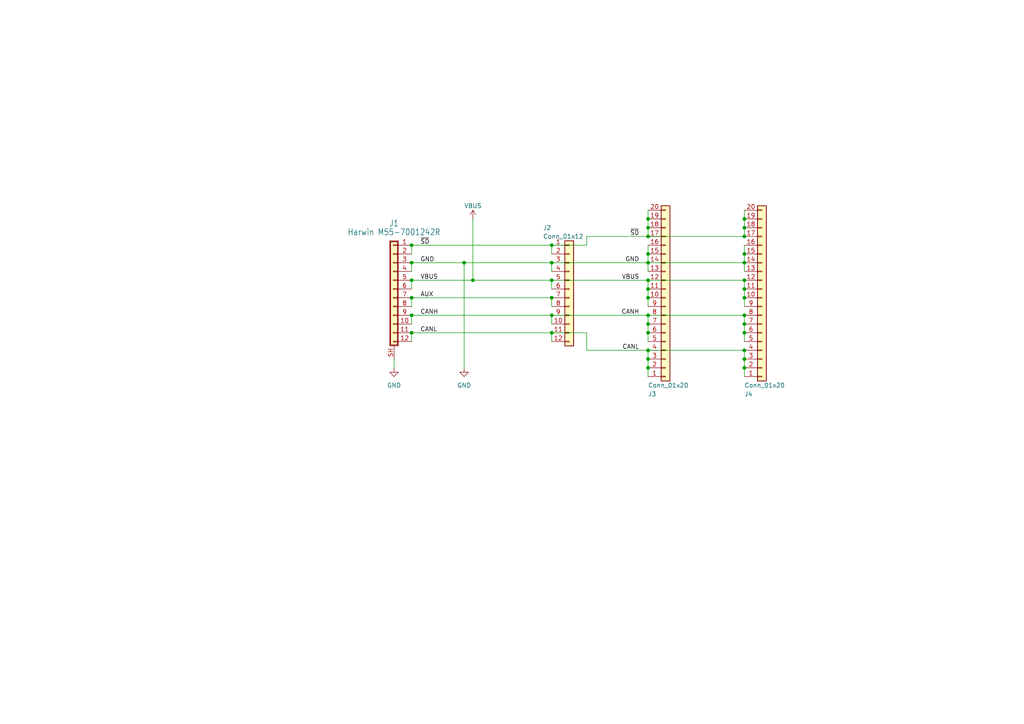
<source format=kicad_sch>
(kicad_sch (version 20230121) (generator eeschema)
  (paper "A4")
  (lib_symbols
    (symbol "Connector_Generic:Conn_01x12" (pin_names (offset 1.016) hide)
      (property "Reference" "J" (at 0 15.24 0))
      (property "Value" "Conn_01x12" (at 0 -17.78 0))
      (symbol "Conn_01x12_1_1"
        (rectangle (start -1.27 -15.113) (end 0 -15.367) (stroke (width 0.1524)))
        (rectangle (start -1.27 -12.573) (end 0 -12.827) (stroke (width 0.1524)))
        (rectangle (start -1.27 -10.033) (end 0 -10.287) (stroke (width 0.1524)))
        (rectangle (start -1.27 -7.493) (end 0 -7.747) (stroke (width 0.1524)))
        (rectangle (start -1.27 -4.953) (end 0 -5.207) (stroke (width 0.1524)))
        (rectangle (start -1.27 -2.413) (end 0 -2.667) (stroke (width 0.1524)))
        (rectangle (start -1.27 0.127) (end 0 -0.127) (stroke (width 0.1524)))
        (rectangle (start -1.27 2.667) (end 0 2.413) (stroke (width 0.1524)))
        (rectangle (start -1.27 5.207) (end 0 4.953) (stroke (width 0.1524)))
        (rectangle (start -1.27 7.747) (end 0 7.493) (stroke (width 0.1524)))
        (rectangle (start -1.27 10.287) (end 0 10.033) (stroke (width 0.1524)))
        (rectangle (start -1.27 12.827) (end 0 12.573) (stroke (width 0.1524)))
        (rectangle (start -1.27 13.97) (end 1.27 -16.51) (stroke (width 0.254)) (fill (type background)))
        (pin passive line (at -5.08 12.7 0) (length 3.81) (name "Pin_1") (number "1"))
        (pin passive line (at -5.08 -10.16 0) (length 3.81) (name "Pin_10") (number "10"))
        (pin passive line (at -5.08 -12.7 0) (length 3.81) (name "Pin_11") (number "11"))
        (pin passive line (at -5.08 -15.24 0) (length 3.81) (name "Pin_12") (number "12"))
        (pin passive line (at -5.08 10.16 0) (length 3.81) (name "Pin_2") (number "2"))
        (pin passive line (at -5.08 7.62 0) (length 3.81) (name "Pin_3") (number "3"))
        (pin passive line (at -5.08 5.08 0) (length 3.81) (name "Pin_4") (number "4"))
        (pin passive line (at -5.08 2.54 0) (length 3.81) (name "Pin_5") (number "5"))
        (pin passive line (at -5.08 0 0) (length 3.81) (name "Pin_6") (number "6"))
        (pin passive line (at -5.08 -2.54 0) (length 3.81) (name "Pin_7") (number "7"))
        (pin passive line (at -5.08 -5.08 0) (length 3.81) (name "Pin_8") (number "8"))
        (pin passive line (at -5.08 -7.62 0) (length 3.81) (name "Pin_9") (number "9"))
      )
    )
    (symbol "Connector_Generic:Conn_01x20" (pin_names (offset 1.016) hide)
      (property "Reference" "J" (at 0 25.4 0))
      (property "Value" "Conn_01x20" (at 0 -27.94 0))
      (symbol "Conn_01x20_1_1"
        (rectangle (start -1.27 -25.273) (end 0 -25.527) (stroke (width 0.1524)))
        (rectangle (start -1.27 -22.733) (end 0 -22.987) (stroke (width 0.1524)))
        (rectangle (start -1.27 -20.193) (end 0 -20.447) (stroke (width 0.1524)))
        (rectangle (start -1.27 -17.653) (end 0 -17.907) (stroke (width 0.1524)))
        (rectangle (start -1.27 -15.113) (end 0 -15.367) (stroke (width 0.1524)))
        (rectangle (start -1.27 -12.573) (end 0 -12.827) (stroke (width 0.1524)))
        (rectangle (start -1.27 -10.033) (end 0 -10.287) (stroke (width 0.1524)))
        (rectangle (start -1.27 -7.493) (end 0 -7.747) (stroke (width 0.1524)))
        (rectangle (start -1.27 -4.953) (end 0 -5.207) (stroke (width 0.1524)))
        (rectangle (start -1.27 -2.413) (end 0 -2.667) (stroke (width 0.1524)))
        (rectangle (start -1.27 0.127) (end 0 -0.127) (stroke (width 0.1524)))
        (rectangle (start -1.27 2.667) (end 0 2.413) (stroke (width 0.1524)))
        (rectangle (start -1.27 5.207) (end 0 4.953) (stroke (width 0.1524)))
        (rectangle (start -1.27 7.747) (end 0 7.493) (stroke (width 0.1524)))
        (rectangle (start -1.27 10.287) (end 0 10.033) (stroke (width 0.1524)))
        (rectangle (start -1.27 12.827) (end 0 12.573) (stroke (width 0.1524)))
        (rectangle (start -1.27 15.367) (end 0 15.113) (stroke (width 0.1524)))
        (rectangle (start -1.27 17.907) (end 0 17.653) (stroke (width 0.1524)))
        (rectangle (start -1.27 20.447) (end 0 20.193) (stroke (width 0.1524)))
        (rectangle (start -1.27 22.987) (end 0 22.733) (stroke (width 0.1524)))
        (rectangle (start -1.27 24.13) (end 1.27 -26.67) (stroke (width 0.254)) (fill (type background)))
        (pin passive line (at -5.08 22.86 0) (length 3.81) (name "Pin_1") (number "1"))
        (pin passive line (at -5.08 0 0) (length 3.81) (name "Pin_10") (number "10"))
        (pin passive line (at -5.08 -2.54 0) (length 3.81) (name "Pin_11") (number "11"))
        (pin passive line (at -5.08 -5.08 0) (length 3.81) (name "Pin_12") (number "12"))
        (pin passive line (at -5.08 -7.62 0) (length 3.81) (name "Pin_13") (number "13"))
        (pin passive line (at -5.08 -10.16 0) (length 3.81) (name "Pin_14") (number "14"))
        (pin passive line (at -5.08 -12.7 0) (length 3.81) (name "Pin_15") (number "15"))
        (pin passive line (at -5.08 -15.24 0) (length 3.81) (name "Pin_16") (number "16"))
        (pin passive line (at -5.08 -17.78 0) (length 3.81) (name "Pin_17") (number "17"))
        (pin passive line (at -5.08 -20.32 0) (length 3.81) (name "Pin_18") (number "18"))
        (pin passive line (at -5.08 -22.86 0) (length 3.81) (name "Pin_19") (number "19"))
        (pin passive line (at -5.08 20.32 0) (length 3.81) (name "Pin_2") (number "2"))
        (pin passive line (at -5.08 -25.4 0) (length 3.81) (name "Pin_20") (number "20"))
        (pin passive line (at -5.08 17.78 0) (length 3.81) (name "Pin_3") (number "3"))
        (pin passive line (at -5.08 15.24 0) (length 3.81) (name "Pin_4") (number "4"))
        (pin passive line (at -5.08 12.7 0) (length 3.81) (name "Pin_5") (number "5"))
        (pin passive line (at -5.08 10.16 0) (length 3.81) (name "Pin_6") (number "6"))
        (pin passive line (at -5.08 7.62 0) (length 3.81) (name "Pin_7") (number "7"))
        (pin passive line (at -5.08 5.08 0) (length 3.81) (name "Pin_8") (number "8"))
        (pin passive line (at -5.08 2.54 0) (length 3.81) (name "Pin_9") (number "9"))
      )
    )
    (symbol "oresat-connectors:Harwin M55-7101242R" (pin_names hide)
      (property "Reference" "J" (at -12.7 15.875 0))
      (property "Value" "Harwin M55-7101242R" (at -12.7 13.97 0))
      (symbol "Harwin M55-7101242R_1_1"
        (rectangle (start -1.27 -16.51) (end 1.27 13.97) (stroke (width 0.1524)))
        (rectangle (start -1.016 -16.256) (end 1.016 13.716) (stroke (width 0.254)) (fill (type background)))
        (rectangle (start -0.254 -15.367) (end 1.016 -15.113) (stroke (width 0.1524)))
        (rectangle (start -0.254 -12.827) (end 1.016 -12.573) (stroke (width 0.1524)))
        (rectangle (start -0.254 -10.287) (end 1.016 -10.033) (stroke (width 0.1524)))
        (rectangle (start -0.254 -7.747) (end 1.016 -7.493) (stroke (width 0.1524)))
        (rectangle (start -0.254 -5.207) (end 1.016 -4.953) (stroke (width 0.1524)))
        (rectangle (start -0.254 -2.667) (end 1.016 -2.413) (stroke (width 0.1524)))
        (rectangle (start -0.254 -0.127) (end 1.016 0.127) (stroke (width 0.1524)))
        (rectangle (start -0.254 2.413) (end 1.016 2.667) (stroke (width 0.1524)))
        (rectangle (start -0.254 4.953) (end 1.016 5.207) (stroke (width 0.1524)))
        (rectangle (start -0.254 7.493) (end 1.016 7.747) (stroke (width 0.1524)))
        (rectangle (start -0.254 10.033) (end 1.016 10.287) (stroke (width 0.1524)))
        (rectangle (start -0.254 12.573) (end 1.016 12.827) (stroke (width 0.1524)))
        (pin passive line (at 5.08 12.7 180) (length 4.064) (name "Pin_1") (number "1"))
        (pin passive line (at 5.08 -10.16 180) (length 4.064) (name "Pin_10") (number "10"))
        (pin passive line (at 5.08 -12.7 180) (length 4.064) (name "Pin_11") (number "11"))
        (pin passive line (at 5.08 -15.24 180) (length 4.064) (name "Pin_12") (number "12"))
        (pin passive line (at 5.08 10.16 180) (length 4.064) (name "Pin_2") (number "2"))
        (pin passive line (at 5.08 7.62 180) (length 4.064) (name "Pin_3") (number "3"))
        (pin passive line (at 5.08 5.08 180) (length 4.064) (name "Pin_4") (number "4"))
        (pin passive line (at 5.08 2.54 180) (length 4.064) (name "Pin_5") (number "5"))
        (pin passive line (at 5.08 0 180) (length 4.064) (name "Pin_6") (number "6"))
        (pin passive line (at 5.08 -2.54 180) (length 4.064) (name "Pin_7") (number "7"))
        (pin passive line (at 5.08 -5.08 180) (length 4.064) (name "Pin_8") (number "8"))
        (pin passive line (at 5.08 -7.62 180) (length 4.064) (name "Pin_9") (number "9"))
        (pin passive line (at 0 -20.32 90) (length 3.81) (name "Shield") (number "SH"))
      )
    )
    (symbol "power:GND" (power) (pin_names (offset 0))
      (property "Value" "GND" (at 0 -3.81 0))
      (symbol "GND_0_1"
        (polyline (pts (xy 0 0) (xy 0 -1.27) (xy 1.27 -1.27) (xy 0 -2.54) (xy -1.27 -1.27) (xy 0 -1.27)))
      )
      (symbol "GND_1_1"
        (pin power_in line (at 0 0 270) (length 0) hide (name "GND") (number "1"))
      )
    )
    (symbol "power:VBUS" (power) (pin_names (offset 0))
      (property "Value" "VBUS" (at 0 3.81 0))
      (symbol "VBUS_0_1"
        (polyline (pts (xy -0.762 1.27) (xy 0 2.54)))
        (polyline (pts (xy 0 0) (xy 0 2.54)))
        (polyline (pts (xy 0 2.54) (xy 0.762 1.27)))
      )
      (symbol "VBUS_1_1"
        (pin power_in line (at 0 0 90) (length 0) hide (name "VBUS") (number "1"))
      )
    )
  )
  (junction (at 160.02 91.44))
  (junction (at 187.96 106.68))
  (junction (at 160.02 71.12))
  (junction (at 187.96 86.36))
  (junction (at 215.9 68.58))
  (junction (at 187.96 96.52))
  (junction (at 187.96 73.66))
  (junction (at 119.38 81.28))
  (junction (at 119.38 86.36))
  (junction (at 215.9 106.68))
  (junction (at 119.38 91.44))
  (junction (at 134.62 76.2))
  (junction (at 215.9 104.14))
  (junction (at 137.16 81.28))
  (junction (at 187.96 104.14))
  (junction (at 215.9 86.36))
  (junction (at 187.96 83.82))
  (junction (at 119.38 71.12))
  (junction (at 215.9 81.28))
  (junction (at 187.96 81.28))
  (junction (at 187.96 76.2))
  (junction (at 187.96 93.98))
  (junction (at 215.9 66.04))
  (junction (at 187.96 66.04))
  (junction (at 187.96 63.5))
  (junction (at 187.96 68.58))
  (junction (at 119.38 76.2))
  (junction (at 119.38 96.52))
  (junction (at 215.9 101.6))
  (junction (at 187.96 91.44))
  (junction (at 215.9 63.5))
  (junction (at 187.96 101.6))
  (junction (at 215.9 91.44))
  (junction (at 215.9 76.2))
  (junction (at 160.02 76.2))
  (junction (at 215.9 96.52))
  (junction (at 215.9 93.98))
  (junction (at 215.9 83.82))
  (junction (at 160.02 81.28))
  (junction (at 160.02 96.52))
  (junction (at 215.9 73.66))
  (junction (at 160.02 86.36))
  (wire (pts (xy 160.02 71.12) (xy 160.02 73.66)))
  (wire (pts (xy 119.38 91.44) (xy 119.38 93.98)))
  (wire (pts (xy 119.38 76.2) (xy 134.62 76.2)))
  (wire (pts (xy 160.02 91.44) (xy 187.96 91.44)))
  (wire (pts (xy 134.62 106.68) (xy 134.62 76.2)))
  (wire (pts (xy 119.38 86.36) (xy 119.38 88.9)))
  (wire (pts (xy 119.38 96.52) (xy 119.38 99.06)))
  (wire (pts (xy 215.9 81.28) (xy 215.9 83.82)))
  (wire (pts (xy 160.02 86.36) (xy 160.02 88.9)))
  (wire (pts (xy 187.96 93.98) (xy 187.96 96.52)))
  (wire (pts (xy 187.96 68.58) (xy 215.9 68.58)))
  (wire (pts (xy 187.96 106.68) (xy 187.96 109.22)))
  (wire (pts (xy 187.96 76.2) (xy 187.96 78.74)))
  (wire (pts (xy 187.96 76.2) (xy 215.9 76.2)))
  (wire (pts (xy 187.96 83.82) (xy 187.96 86.36)))
  (wire (pts (xy 187.96 101.6) (xy 187.96 104.14)))
  (wire (pts (xy 119.38 96.52) (xy 160.02 96.52)))
  (wire (pts (xy 215.9 66.04) (xy 215.9 68.58)))
  (wire (pts (xy 215.9 83.82) (xy 215.9 86.36)))
  (wire (pts (xy 160.02 96.52) (xy 160.02 99.06)))
  (wire (pts (xy 170.18 101.6) (xy 170.18 96.52)))
  (wire (pts (xy 215.9 93.98) (xy 215.9 96.52)))
  (wire (pts (xy 215.9 63.5) (xy 215.9 66.04)))
  (wire (pts (xy 160.02 81.28) (xy 160.02 83.82)))
  (wire (pts (xy 114.3 104.14) (xy 114.3 106.68)))
  (wire (pts (xy 170.18 71.12) (xy 170.18 68.58)))
  (wire (pts (xy 160.02 76.2) (xy 187.96 76.2)))
  (wire (pts (xy 187.96 101.6) (xy 170.18 101.6)))
  (wire (pts (xy 160.02 76.2) (xy 160.02 78.74)))
  (wire (pts (xy 137.16 63.5) (xy 137.16 81.28)))
  (wire (pts (xy 215.9 104.14) (xy 215.9 106.68)))
  (wire (pts (xy 215.9 71.12) (xy 215.9 73.66)))
  (wire (pts (xy 137.16 81.28) (xy 160.02 81.28)))
  (wire (pts (xy 215.9 76.2) (xy 215.9 78.74)))
  (wire (pts (xy 119.38 71.12) (xy 160.02 71.12)))
  (wire (pts (xy 160.02 81.28) (xy 187.96 81.28)))
  (wire (pts (xy 160.02 71.12) (xy 170.18 71.12)))
  (wire (pts (xy 187.96 73.66) (xy 187.96 76.2)))
  (wire (pts (xy 215.9 60.96) (xy 215.9 63.5)))
  (wire (pts (xy 187.96 96.52) (xy 187.96 99.06)))
  (wire (pts (xy 119.38 76.2) (xy 119.38 78.74)))
  (wire (pts (xy 187.96 86.36) (xy 187.96 88.9)))
  (wire (pts (xy 119.38 81.28) (xy 119.38 83.82)))
  (wire (pts (xy 215.9 86.36) (xy 215.9 88.9)))
  (wire (pts (xy 134.62 76.2) (xy 160.02 76.2)))
  (wire (pts (xy 187.96 66.04) (xy 187.96 68.58)))
  (wire (pts (xy 187.96 81.28) (xy 215.9 81.28)))
  (wire (pts (xy 170.18 68.58) (xy 187.96 68.58)))
  (wire (pts (xy 187.96 63.5) (xy 187.96 66.04)))
  (wire (pts (xy 160.02 91.44) (xy 160.02 93.98)))
  (wire (pts (xy 119.38 81.28) (xy 137.16 81.28)))
  (wire (pts (xy 119.38 71.12) (xy 119.38 73.66)))
  (wire (pts (xy 215.9 101.6) (xy 215.9 104.14)))
  (wire (pts (xy 215.9 106.68) (xy 215.9 109.22)))
  (wire (pts (xy 119.38 91.44) (xy 160.02 91.44)))
  (wire (pts (xy 170.18 96.52) (xy 160.02 96.52)))
  (wire (pts (xy 215.9 73.66) (xy 215.9 76.2)))
  (wire (pts (xy 187.96 81.28) (xy 187.96 83.82)))
  (wire (pts (xy 187.96 71.12) (xy 187.96 73.66)))
  (wire (pts (xy 187.96 91.44) (xy 215.9 91.44)))
  (wire (pts (xy 215.9 96.52) (xy 215.9 99.06)))
  (wire (pts (xy 215.9 91.44) (xy 215.9 93.98)))
  (wire (pts (xy 119.38 86.36) (xy 160.02 86.36)))
  (wire (pts (xy 187.96 60.96) (xy 187.96 63.5)))
  (wire (pts (xy 187.96 101.6) (xy 215.9 101.6)))
  (wire (pts (xy 187.96 91.44) (xy 187.96 93.98)))
  (wire (pts (xy 187.96 104.14) (xy 187.96 106.68)))
  (label "CANL" (at 121.92 96.52 0))
  (label "CANH" (at 185.42 91.44 180))
  (label "VBUS" (at 185.42 81.28 180))
  (label "GND" (at 185.42 76.2 180))
  (label "~{SD}" (at 121.92 71.12 0))
  (label "AUX" (at 121.92 86.36 0))
  (label "~{SD}" (at 185.42 68.58 180))
  (label "VBUS" (at 121.92 81.28 0))
  (label "CANL" (at 185.42 101.6 180))
  (label "CANH" (at 121.92 91.44 0))
  (label "GND" (at 121.92 76.2 0))
  (symbol (lib_id "power:GND") (at 134.62 106.68 0) (unit 1)
    (property "Reference" "#PWR03" (effects hide))
    (property "Value" "GND" (at 134.62 111.76 0))
  )
  (symbol (lib_id "oresat-connectors:Harwin M55-7101242R") (at 114.3 83.82 0) (unit 1)
    (property "Reference" "J1" (at 114.3 64.77 0) (effects (font (size 1.778 1.5113))))
    (property "Value" "Harwin M55-7001242R" (at 114.3 67.31 0) (effects (font (size 1.778 1.5113))))
    (property "Footprint" "oresat-connectors:J-Harwin-M55-7001242R" (effects hide))
    (property "Datasheet" "https://cdn.harwin.com/pdfs/C047XX_M55_Archer_Kontrol.pdf" (effects hide))
  )
  (symbol (lib_id "power:GND") (at 114.3 106.68 0) (unit 1)
    (property "Reference" "#PWR01" (effects hide))
    (property "Value" "GND" (at 114.3 111.76 0))
  )
  (symbol (lib_id "Connector_Generic:Conn_01x20") (at 193.04 86.36 0) (mirror x) (unit 1)
    (property "Reference" "J3" (at 187.96 114.3 0) (effects (justify left)))
    (property "Value" "Conn_01x20" (at 187.96 111.76 0) (effects (justify left)))
    (property "Footprint" "Connector_IDC:IDC-Header_2x10_P2.54mm_Vertical" (effects hide))
  )
  (symbol (lib_id "Connector_Generic:Conn_01x12") (at 165.1 83.82 0) (unit 1)
    (property "Reference" "J2" (at 157.48 66.04 0) (effects (justify left)))
    (property "Value" "Conn_01x12" (at 157.48 68.58 0) (effects (justify left)))
    (property "Footprint" "Connector_PinHeader_2.54mm:PinHeader_1x12_P2.54mm_Vertical" (effects hide))
  )
  (symbol (lib_id "power:VBUS") (at 137.16 63.5 0) (unit 1)
    (property "Reference" "#PWR02" (effects hide))
    (property "Value" "VBUS" (at 137.16 59.69 0))
  )
  (symbol (lib_id "Connector_Generic:Conn_01x20") (at 220.98 86.36 0) (mirror x) (unit 1)
    (property "Reference" "J4" (at 215.9 114.3 0) (effects (justify left)))
    (property "Value" "Conn_01x20" (at 215.9 111.76 0) (effects (justify left)))
    (property "Footprint" "Connector_IDC:IDC-Header_2x10_P2.54mm_Vertical" (effects hide))
  )
)
</source>
